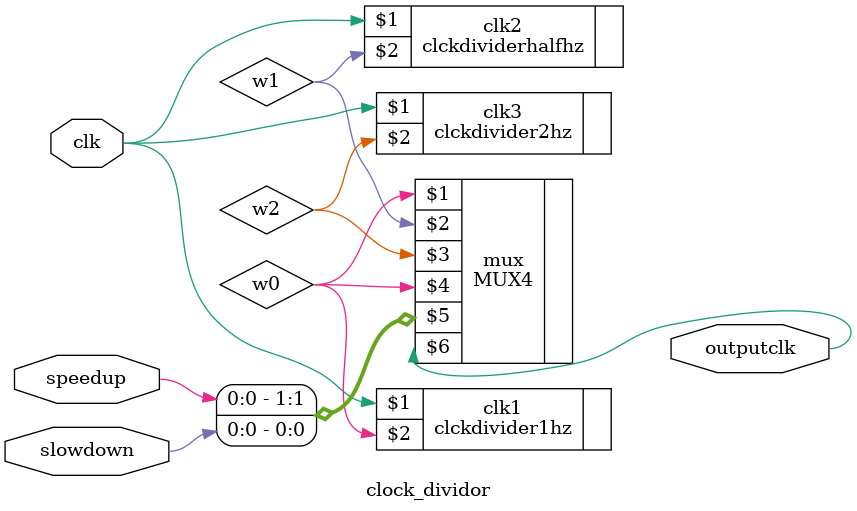
<source format=sv>
module clock_dividor(clk,speedup,slowdown,outputclk);
input clk, speedup, slowdown;  //inputs
output reg outputclk;          //output
wire  w0,w1,w2;                //wires

clckdivider1hz clk1(clk,w0);     //Normal clock
clckdividerhalfhz clk2(clk,w1);  //Speed up clock
clckdivider2hz clk3(clk,w2);     //Slow down clock
//Mux 4 is used to select from different clocks based on speedup,slowdown
MUX4 #(1) mux(w0,w1,w2,w0,{speedup,slowdown},outputclk);

endmodule



</source>
